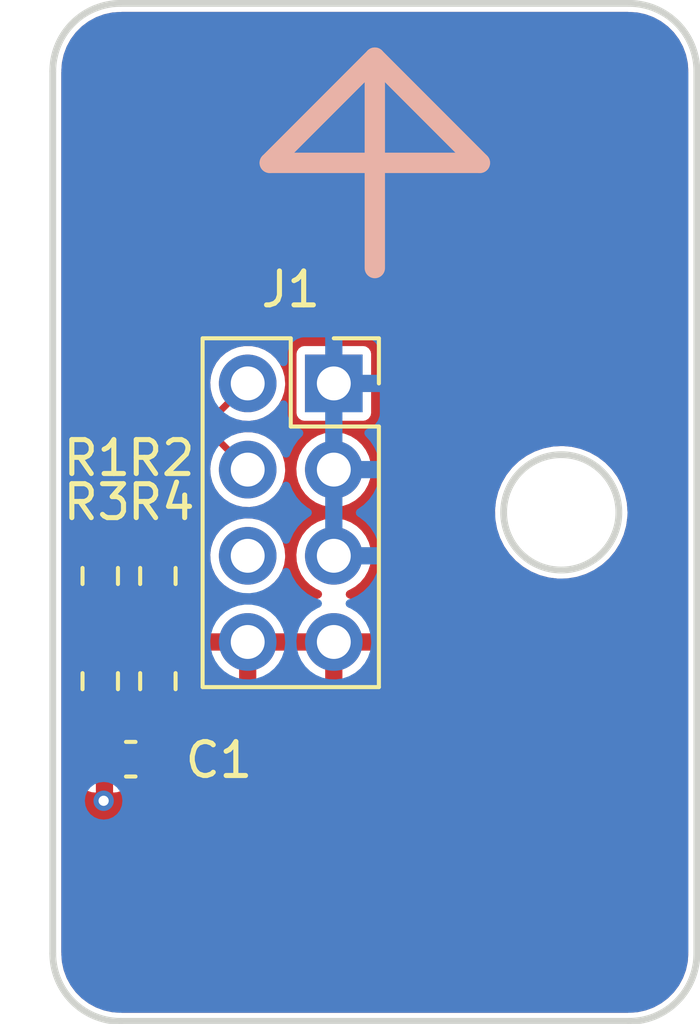
<source format=kicad_pcb>
(kicad_pcb (version 20211014) (generator pcbnew)
  (layers (0 "F.Cu" signal) (1 "In1.Cu" power) (2 "In2.Cu" power) (31 "B.Cu" signal) (34 "B.Paste" user) (35 "F.Paste" user) (36 "B.SilkS" user "B.Silkscreen") (37 "F.SilkS" user "F.Silkscreen") (38 "B.Mask" user) (39 "F.Mask" user) (44 "Edge.Cuts" user))
  (net 0 "")
  (net 1 "+24V")
  (net 2 "Net-(C1-Pad2)")
  (net 3 "GND")
  (net 5 "Net-(R1-Pad1)")
  (net 6 "Net-(R2-Pad1)")
  (net 7 "/CAN_P")
  (net 8 "/CAN_N")
  (footprint "Resistor_SMD:R_0603_1608Metric" (layer "F.Cu") (at 139.1 91.875 90)
    (fp_text reference "R2" (at 3.475 0.1 180) (layer "F.SilkS"))
    (fp_text value "27R")
    (fp_line (start -0.237258 -0.5225) (end 0.237258 -0.5225) (layer "F.SilkS") (width 0.12))
    (fp_line (start -0.237258 0.5225) (end 0.237258 0.5225) (layer "F.SilkS") (width 0.12))
    (pad "1" smd roundrect (at -0.825 0 90) (size 0.8 0.95) (layers "F.Cu" "F.Paste" "F.Mask") (net 6 "Net-(R2-Pad1)"))
    (pad "2" smd roundrect (at 0.825 0 90) (size 0.8 0.95) (layers "F.Cu" "F.Paste" "F.Mask") (net 8 "/CAN_N"))
  )
  (footprint "Resistor_SMD:R_0603_1608Metric" (layer "F.Cu") (at 139.1 94.975 90)
    (fp_text reference "R4" (at 5.275 0.1 180) (layer "F.SilkS"))
    (fp_text value "33R")
    (fp_line (start -0.237258 -0.5225) (end 0.237258 -0.5225) (layer "F.SilkS") (width 0.12))
    (fp_line (start -0.237258 0.5225) (end 0.237258 0.5225) (layer "F.SilkS") (width 0.12))
    (pad "1" smd roundrect (at -0.825 0 90) (size 0.8 0.95) (layers "F.Cu" "F.Paste" "F.Mask") (net 2 "Net-(C1-Pad2)"))
    (pad "2" smd roundrect (at 0.825 0 90) (size 0.8 0.95) (layers "F.Cu" "F.Paste" "F.Mask") (net 6 "Net-(R2-Pad1)"))
  )
  (footprint "Connector_PinSocket_2.54mm:PinSocket_2x04_P2.54mm_Vertical" (layer "F.Cu") (at 144.29 86.2)
    (fp_text reference "J1" (at -1.27 -2.77) (layer "F.SilkS"))
    (fp_text value "Conn_02x04_Odd_Even")
    (fp_line (start 1.33 1.27) (end 1.33 8.95) (layer "F.SilkS") (width 0.12))
    (fp_line (start -3.87 -1.33) (end -3.87 8.95) (layer "F.SilkS") (width 0.12))
    (fp_line (start 0 -1.33) (end 1.33 -1.33) (layer "F.SilkS") (width 0.12))
    (fp_line (start -3.87 8.95) (end 1.33 8.95) (layer "F.SilkS") (width 0.12))
    (fp_line (start -3.87 -1.33) (end -1.27 -1.33) (layer "F.SilkS") (width 0.12))
    (fp_line (start 1.33 -1.33) (end 1.33 0) (layer "F.SilkS") (width 0.12))
    (fp_line (start -1.27 -1.33) (end -1.27 1.27) (layer "F.SilkS") (width 0.12))
    (fp_line (start -1.27 1.27) (end 1.33 1.27) (layer "F.SilkS") (width 0.12))
    (pad "1" thru_hole rect (at 0 0) (size 1.7 1.7) (drill 1) (layers *.Cu *.Mask) (net 1 "+24V"))
    (pad "2" thru_hole oval (at -2.54 0) (size 1.7 1.7) (drill 1) (layers *.Cu *.Mask) (net 7 "/CAN_P"))
    (pad "3" thru_hole oval (at 0 2.54) (size 1.7 1.7) (drill 1) (layers *.Cu *.Mask) (net 1 "+24V"))
    (pad "4" thru_hole oval (at -2.54 2.54) (size 1.7 1.7) (drill 1) (layers *.Cu *.Mask) (net 8 "/CAN_N"))
    (pad "5" thru_hole oval (at 0 5.08) (size 1.7 1.7) (drill 1) (layers *.Cu *.Mask) (net 1 "+24V"))
    (pad "6" thru_hole oval (at -2.54 5.08) (size 1.7 1.7) (drill 1) (layers *.Cu *.Mask))
    (pad "7" thru_hole oval (at 0 7.62) (size 1.7 1.7) (drill 1) (layers *.Cu *.Mask) (net 3 "GND"))
    (pad "8" thru_hole oval (at -2.54 7.62) (size 1.7 1.7) (drill 1) (layers *.Cu *.Mask) (net 3 "GND"))
  )
  (footprint "Capacitor_SMD:C_0603_1608Metric" (layer "F.Cu") (at 138.3 97.275)
    (fp_text reference "C1" (at 2.6 0.025) (layer "F.SilkS"))
    (fp_text value "4.7n")
    (fp_line (start -0.14058 -0.51) (end 0.14058 -0.51) (layer "F.SilkS") (width 0.12))
    (fp_line (start -0.14058 0.51) (end 0.14058 0.51) (layer "F.SilkS") (width 0.12))
    (pad "1" smd roundrect (at -0.775 0) (size 0.9 0.95) (layers "F.Cu" "F.Paste" "F.Mask") (net 3 "GND"))
    (pad "2" smd roundrect (at 0.775 0) (size 0.9 0.95) (layers "F.Cu" "F.Paste" "F.Mask") (net 2 "Net-(C1-Pad2)"))
  )
  (footprint "Resistor_SMD:R_0603_1608Metric" (layer "F.Cu") (at 137.4 91.875 90)
    (fp_text reference "R1" (at 3.475 -0.1 180) (layer "F.SilkS"))
    (fp_text value "27R")
    (fp_line (start -0.237258 -0.5225) (end 0.237258 -0.5225) (layer "F.SilkS") (width 0.12))
    (fp_line (start -0.237258 0.5225) (end 0.237258 0.5225) (layer "F.SilkS") (width 0.12))
    (pad "1" smd roundrect (at -0.825 0 90) (size 0.8 0.95) (layers "F.Cu" "F.Paste" "F.Mask") (net 5 "Net-(R1-Pad1)"))
    (pad "2" smd roundrect (at 0.825 0 90) (size 0.8 0.95) (layers "F.Cu" "F.Paste" "F.Mask") (net 7 "/CAN_P"))
  )
  (footprint "Resistor_SMD:R_0603_1608Metric" (layer "F.Cu") (at 137.4 94.975 90)
    (fp_text reference "R3" (at 5.275 -0.1 180) (layer "F.SilkS"))
    (fp_text value "33R")
    (fp_line (start -0.237258 0.5225) (end 0.237258 0.5225) (layer "F.SilkS") (width 0.12))
    (fp_line (start -0.237258 -0.5225) (end 0.237258 -0.5225) (layer "F.SilkS") (width 0.12))
    (pad "1" smd roundrect (at -0.825 0 90) (size 0.8 0.95) (layers "F.Cu" "F.Paste" "F.Mask") (net 2 "Net-(C1-Pad2)"))
    (pad "2" smd roundrect (at 0.825 0 90) (size 0.8 0.95) (layers "F.Cu" "F.Paste" "F.Mask") (net 5 "Net-(R1-Pad1)"))
  )
  (gr_line (start 145.5 76.6) (end 148.6 79.7) (layer "B.SilkS") (width 0.6))
  (gr_line (start 148.6 79.7) (end 142.4 79.7) (layer "B.SilkS") (width 0.6))
  (gr_line (start 145.5 76.6) (end 145.5 82.8) (layer "B.SilkS") (width 0.6))
  (gr_line (start 145.5 76.6) (end 142.4 79.7) (layer "B.SilkS") (width 0.6))
  (gr_line (start 153 75) (end 138 75) (layer "Edge.Cuts") (width 0.2))
  (gr_arc (start 136 77) (mid 136.585786 75.585786) (end 138 75) (layer "Edge.Cuts") (width 0.2))
  (gr_line (start 155 103) (end 155 77) (layer "Edge.Cuts") (width 0.2))
  (gr_line (start 138 105) (end 153 105) (layer "Edge.Cuts") (width 0.2))
  (gr_arc (start 153 75) (mid 154.414214 75.585786) (end 155 77) (layer "Edge.Cuts") (width 0.2))
  (gr_circle (center 151 90) (end 152.7 90) (layer "Edge.Cuts") (width 0.2) (fill none))
  (gr_arc (start 138 105) (mid 136.585786 104.414214) (end 136 103) (layer "Edge.Cuts") (width 0.2))
  (gr_arc (start 155 103) (mid 154.414214 104.414214) (end 153 105) (layer "Edge.Cuts") (width 0.2))
  (gr_line (start 136 77) (end 136 103) (layer "Edge.Cuts") (width 0.2))
  (segment (start 137.4 95.8) (end 139.1 95.8) (width 0.2) (layer "F.Cu") (net 2))
  (segment (start 139.1 97.25) (end 139.075 97.275) (width 0.2) (layer "F.Cu") (net 2))
  (segment (start 139.1 95.8) (end 139.1 97.25) (width 0.2) (layer "F.Cu") (net 2))
  (segment (start 137.525 97.275) (end 137.525 98.475) (width 0.2) (layer "F.Cu") (net 3))
  (segment (start 137.525 98.475) (end 137.5 98.5) (width 0.2) (layer "F.Cu") (net 3))
  (via (at 137.5 98.5) (size 0.6) (drill 0.3) (layers "F.Cu" "B.Cu") (net 3))
  (segment (start 137.4 92.7) (end 137.4 94.15) (width 0.2) (layer "F.Cu") (net 5))
  (segment (start 139.1 94.15) (end 139.1 92.7) (width 0.2) (layer "F.Cu") (net 6))
  (segment (start 140.705001 87.244999) (end 138.836801 87.244999) (width 0.2) (layer "F.Cu") (net 7))
  (segment (start 138.024999 88.056801) (end 138.024999 90.425001) (width 0.2) (layer "F.Cu") (net 7))
  (segment (start 141.75 86.2) (end 140.705001 87.244999) (width 0.2) (layer "F.Cu") (net 7))
  (segment (start 138.024999 90.425001) (end 137.4 91.05) (width 0.2) (layer "F.Cu") (net 7))
  (segment (start 138.836801 87.244999) (end 138.024999 88.056801) (width 0.2) (layer "F.Cu") (net 7))
  (segment (start 139.023199 87.695001) (end 138.475001 88.243199) (width 0.2) (layer "F.Cu") (net 8))
  (segment (start 138.475001 88.243199) (end 138.475001 90.425001) (width 0.2) (layer "F.Cu") (net 8))
  (segment (start 141.75 88.74) (end 140.705001 87.695001) (width 0.2) (layer "F.Cu") (net 8))
  (segment (start 138.475001 90.425001) (end 139.1 91.05) (width 0.2) (layer "F.Cu") (net 8))
  (segment (start 140.705001 87.695001) (end 139.023199 87.695001) (width 0.2) (layer "F.Cu") (net 8))
  (zone (net 3) (net_name "GND") (layers "F.Cu" "In1.Cu") (connect_pads (clearance 0.25)) (min_thickness 0.254) (fill yes (thermal_gap 0.508) (thermal_bridge_width 0.508))
    (polygon (pts (xy 155 105) (xy 136 105) (xy 136 95.6) (xy 136.2 95.6) (xy 136 75) (xy 155 75)))
  )
  (zone (net 1) (net_name "+24V") (layers "In2.Cu" "B.Cu") (connect_pads (clearance 0.25)) (min_thickness 0.254) (fill yes (thermal_gap 0.508) (thermal_bridge_width 0.508))
    (polygon (pts (xy 155 105) (xy 136 105) (xy 136 75) (xy 155 75)))
  )
)
</source>
